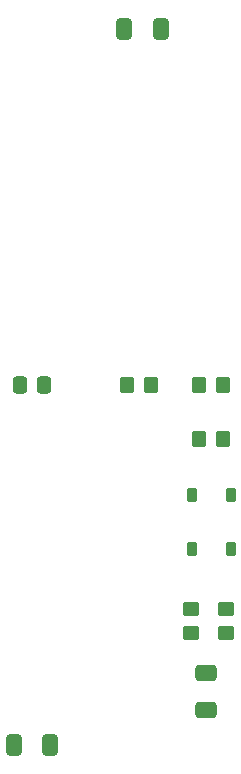
<source format=gbr>
%TF.GenerationSoftware,KiCad,Pcbnew,7.0.6-0*%
%TF.CreationDate,2023-08-27T17:26:56+10:00*%
%TF.ProjectId,PC-SPRINT_SMD,50432d53-5052-4494-9e54-5f534d442e6b,rev?*%
%TF.SameCoordinates,Original*%
%TF.FileFunction,Paste,Top*%
%TF.FilePolarity,Positive*%
%FSLAX46Y46*%
G04 Gerber Fmt 4.6, Leading zero omitted, Abs format (unit mm)*
G04 Created by KiCad (PCBNEW 7.0.6-0) date 2023-08-27 17:26:56*
%MOMM*%
%LPD*%
G01*
G04 APERTURE LIST*
G04 Aperture macros list*
%AMRoundRect*
0 Rectangle with rounded corners*
0 $1 Rounding radius*
0 $2 $3 $4 $5 $6 $7 $8 $9 X,Y pos of 4 corners*
0 Add a 4 corners polygon primitive as box body*
4,1,4,$2,$3,$4,$5,$6,$7,$8,$9,$2,$3,0*
0 Add four circle primitives for the rounded corners*
1,1,$1+$1,$2,$3*
1,1,$1+$1,$4,$5*
1,1,$1+$1,$6,$7*
1,1,$1+$1,$8,$9*
0 Add four rect primitives between the rounded corners*
20,1,$1+$1,$2,$3,$4,$5,0*
20,1,$1+$1,$4,$5,$6,$7,0*
20,1,$1+$1,$6,$7,$8,$9,0*
20,1,$1+$1,$8,$9,$2,$3,0*%
G04 Aperture macros list end*
%ADD10RoundRect,0.250000X0.450000X-0.350000X0.450000X0.350000X-0.450000X0.350000X-0.450000X-0.350000X0*%
%ADD11RoundRect,0.250000X0.412500X0.650000X-0.412500X0.650000X-0.412500X-0.650000X0.412500X-0.650000X0*%
%ADD12RoundRect,0.250000X-0.350000X-0.450000X0.350000X-0.450000X0.350000X0.450000X-0.350000X0.450000X0*%
%ADD13RoundRect,0.225000X-0.225000X-0.375000X0.225000X-0.375000X0.225000X0.375000X-0.225000X0.375000X0*%
%ADD14RoundRect,0.250000X0.650000X-0.412500X0.650000X0.412500X-0.650000X0.412500X-0.650000X-0.412500X0*%
%ADD15RoundRect,0.250000X-0.412500X-0.650000X0.412500X-0.650000X0.412500X0.650000X-0.412500X0.650000X0*%
%ADD16RoundRect,0.250000X-0.337500X-0.475000X0.337500X-0.475000X0.337500X0.475000X-0.337500X0.475000X0*%
G04 APERTURE END LIST*
D10*
%TO.C,R4*%
X94837300Y-103282500D03*
X94837300Y-101282500D03*
%TD*%
D11*
%TO.C,C3*%
X82941800Y-112760800D03*
X79816800Y-112760800D03*
%TD*%
D12*
%TO.C,R1*%
X89422900Y-82263800D03*
X91422900Y-82263800D03*
%TD*%
%TO.C,R2*%
X95520000Y-82263800D03*
X97520000Y-82263800D03*
%TD*%
D13*
%TO.C,D2*%
X94892500Y-96152100D03*
X98192500Y-96152100D03*
%TD*%
%TO.C,D1*%
X94892500Y-91583100D03*
X98192500Y-91583100D03*
%TD*%
D10*
%TO.C,R5*%
X97821800Y-103282500D03*
X97821800Y-101282500D03*
%TD*%
D14*
%TO.C,C4*%
X96075500Y-109823200D03*
X96075500Y-106698200D03*
%TD*%
D12*
%TO.C,R3*%
X95520000Y-86876700D03*
X97520000Y-86876700D03*
%TD*%
D15*
%TO.C,C1*%
X89149600Y-52160800D03*
X92274600Y-52160800D03*
%TD*%
D16*
%TO.C,C2*%
X80341800Y-82293800D03*
X82416800Y-82293800D03*
%TD*%
M02*

</source>
